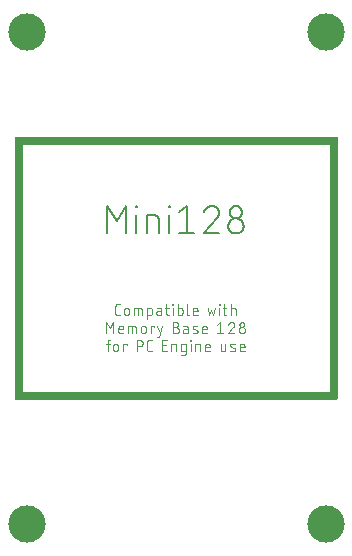
<source format=gbr>
G04 EAGLE Gerber RS-274X export*
G75*
%MOMM*%
%FSLAX34Y34*%
%LPD*%
%INSoldermask Top*%
%IPPOS*%
%AMOC8*
5,1,8,0,0,1.08239X$1,22.5*%
G01*
%ADD10C,3.152400*%
%ADD11C,0.076200*%
%ADD12C,0.203200*%
%ADD13R,27.305000X0.635000*%
%ADD14R,0.635000X22.225000*%


D10*
X54610Y508000D03*
X307340Y508000D03*
X54610Y91440D03*
X307340Y91440D03*
D11*
X133539Y268351D02*
X131451Y268351D01*
X131362Y268353D01*
X131274Y268359D01*
X131186Y268368D01*
X131098Y268381D01*
X131011Y268398D01*
X130925Y268418D01*
X130840Y268443D01*
X130755Y268470D01*
X130672Y268502D01*
X130591Y268536D01*
X130511Y268575D01*
X130433Y268616D01*
X130356Y268661D01*
X130282Y268709D01*
X130209Y268760D01*
X130139Y268814D01*
X130072Y268872D01*
X130006Y268932D01*
X129944Y268994D01*
X129884Y269060D01*
X129826Y269127D01*
X129772Y269197D01*
X129721Y269270D01*
X129673Y269344D01*
X129628Y269421D01*
X129587Y269499D01*
X129548Y269579D01*
X129514Y269660D01*
X129482Y269743D01*
X129455Y269828D01*
X129430Y269913D01*
X129410Y269999D01*
X129393Y270086D01*
X129380Y270174D01*
X129371Y270262D01*
X129365Y270350D01*
X129363Y270439D01*
X129362Y270439D02*
X129362Y275661D01*
X129363Y275661D02*
X129365Y275752D01*
X129371Y275843D01*
X129381Y275934D01*
X129395Y276024D01*
X129412Y276113D01*
X129434Y276201D01*
X129460Y276289D01*
X129489Y276375D01*
X129522Y276460D01*
X129559Y276543D01*
X129599Y276625D01*
X129643Y276705D01*
X129690Y276783D01*
X129741Y276859D01*
X129794Y276932D01*
X129851Y277003D01*
X129912Y277072D01*
X129975Y277137D01*
X130040Y277200D01*
X130109Y277260D01*
X130180Y277318D01*
X130253Y277371D01*
X130329Y277422D01*
X130407Y277469D01*
X130487Y277513D01*
X130569Y277553D01*
X130652Y277590D01*
X130737Y277623D01*
X130823Y277652D01*
X130911Y277678D01*
X130999Y277700D01*
X131088Y277717D01*
X131178Y277731D01*
X131269Y277741D01*
X131360Y277747D01*
X131451Y277749D01*
X133539Y277749D01*
X136921Y272528D02*
X136921Y270439D01*
X136921Y272528D02*
X136923Y272618D01*
X136929Y272707D01*
X136938Y272797D01*
X136952Y272886D01*
X136969Y272974D01*
X136990Y273061D01*
X137015Y273148D01*
X137044Y273233D01*
X137076Y273317D01*
X137111Y273399D01*
X137151Y273480D01*
X137193Y273559D01*
X137239Y273636D01*
X137289Y273711D01*
X137341Y273784D01*
X137397Y273855D01*
X137455Y273923D01*
X137517Y273988D01*
X137581Y274051D01*
X137648Y274111D01*
X137717Y274168D01*
X137789Y274222D01*
X137863Y274273D01*
X137939Y274321D01*
X138017Y274365D01*
X138097Y274406D01*
X138179Y274444D01*
X138262Y274478D01*
X138347Y274508D01*
X138433Y274535D01*
X138519Y274558D01*
X138607Y274577D01*
X138696Y274592D01*
X138785Y274604D01*
X138874Y274612D01*
X138964Y274616D01*
X139054Y274616D01*
X139144Y274612D01*
X139233Y274604D01*
X139322Y274592D01*
X139411Y274577D01*
X139499Y274558D01*
X139585Y274535D01*
X139671Y274508D01*
X139756Y274478D01*
X139839Y274444D01*
X139921Y274406D01*
X140001Y274365D01*
X140079Y274321D01*
X140155Y274273D01*
X140229Y274222D01*
X140301Y274168D01*
X140370Y274111D01*
X140437Y274051D01*
X140501Y273988D01*
X140563Y273923D01*
X140621Y273855D01*
X140677Y273784D01*
X140729Y273711D01*
X140779Y273636D01*
X140825Y273559D01*
X140867Y273480D01*
X140907Y273399D01*
X140942Y273317D01*
X140974Y273233D01*
X141003Y273148D01*
X141028Y273061D01*
X141049Y272974D01*
X141066Y272886D01*
X141080Y272797D01*
X141089Y272707D01*
X141095Y272618D01*
X141097Y272528D01*
X141097Y270439D01*
X141095Y270349D01*
X141089Y270260D01*
X141080Y270170D01*
X141066Y270081D01*
X141049Y269993D01*
X141028Y269906D01*
X141003Y269819D01*
X140974Y269734D01*
X140942Y269650D01*
X140907Y269568D01*
X140867Y269487D01*
X140825Y269408D01*
X140779Y269331D01*
X140729Y269256D01*
X140677Y269183D01*
X140621Y269112D01*
X140563Y269044D01*
X140501Y268979D01*
X140437Y268916D01*
X140370Y268856D01*
X140301Y268799D01*
X140229Y268745D01*
X140155Y268694D01*
X140079Y268646D01*
X140001Y268602D01*
X139921Y268561D01*
X139839Y268523D01*
X139756Y268489D01*
X139671Y268459D01*
X139585Y268432D01*
X139499Y268409D01*
X139411Y268390D01*
X139322Y268375D01*
X139233Y268363D01*
X139144Y268355D01*
X139054Y268351D01*
X138964Y268351D01*
X138874Y268355D01*
X138785Y268363D01*
X138696Y268375D01*
X138607Y268390D01*
X138519Y268409D01*
X138433Y268432D01*
X138347Y268459D01*
X138262Y268489D01*
X138179Y268523D01*
X138097Y268561D01*
X138017Y268602D01*
X137939Y268646D01*
X137863Y268694D01*
X137789Y268745D01*
X137717Y268799D01*
X137648Y268856D01*
X137581Y268916D01*
X137517Y268979D01*
X137455Y269044D01*
X137397Y269112D01*
X137341Y269183D01*
X137289Y269256D01*
X137239Y269331D01*
X137193Y269408D01*
X137151Y269487D01*
X137111Y269568D01*
X137076Y269650D01*
X137044Y269734D01*
X137015Y269819D01*
X136990Y269906D01*
X136969Y269993D01*
X136952Y270081D01*
X136938Y270170D01*
X136929Y270260D01*
X136923Y270349D01*
X136921Y270439D01*
X145325Y268351D02*
X145325Y274616D01*
X150024Y274616D01*
X150101Y274614D01*
X150177Y274608D01*
X150254Y274599D01*
X150330Y274586D01*
X150405Y274569D01*
X150479Y274549D01*
X150552Y274524D01*
X150623Y274497D01*
X150694Y274466D01*
X150762Y274431D01*
X150829Y274393D01*
X150894Y274352D01*
X150957Y274308D01*
X151017Y274261D01*
X151076Y274210D01*
X151131Y274157D01*
X151184Y274102D01*
X151235Y274043D01*
X151282Y273983D01*
X151326Y273920D01*
X151367Y273855D01*
X151405Y273788D01*
X151440Y273720D01*
X151471Y273649D01*
X151498Y273578D01*
X151523Y273505D01*
X151543Y273431D01*
X151560Y273356D01*
X151573Y273280D01*
X151582Y273203D01*
X151588Y273127D01*
X151590Y273050D01*
X151590Y268351D01*
X148458Y268351D02*
X148458Y274616D01*
X156169Y274616D02*
X156169Y265218D01*
X156169Y274616D02*
X158779Y274616D01*
X158856Y274614D01*
X158932Y274608D01*
X159009Y274599D01*
X159085Y274586D01*
X159160Y274569D01*
X159234Y274549D01*
X159307Y274524D01*
X159378Y274497D01*
X159449Y274466D01*
X159517Y274431D01*
X159584Y274393D01*
X159649Y274352D01*
X159712Y274308D01*
X159772Y274261D01*
X159831Y274210D01*
X159886Y274157D01*
X159939Y274102D01*
X159990Y274043D01*
X160037Y273983D01*
X160081Y273920D01*
X160122Y273855D01*
X160160Y273788D01*
X160195Y273720D01*
X160226Y273649D01*
X160253Y273578D01*
X160278Y273505D01*
X160298Y273431D01*
X160315Y273356D01*
X160328Y273280D01*
X160337Y273204D01*
X160343Y273127D01*
X160345Y273050D01*
X160345Y269917D01*
X160343Y269840D01*
X160337Y269764D01*
X160328Y269687D01*
X160315Y269611D01*
X160298Y269536D01*
X160278Y269462D01*
X160253Y269389D01*
X160226Y269318D01*
X160195Y269247D01*
X160160Y269179D01*
X160122Y269112D01*
X160081Y269047D01*
X160037Y268984D01*
X159990Y268924D01*
X159939Y268865D01*
X159886Y268810D01*
X159831Y268757D01*
X159772Y268706D01*
X159712Y268659D01*
X159649Y268615D01*
X159584Y268574D01*
X159517Y268536D01*
X159449Y268501D01*
X159378Y268470D01*
X159307Y268443D01*
X159234Y268418D01*
X159160Y268398D01*
X159085Y268381D01*
X159009Y268368D01*
X158932Y268359D01*
X158856Y268353D01*
X158779Y268351D01*
X156169Y268351D01*
X165829Y272006D02*
X168179Y272006D01*
X165829Y272005D02*
X165745Y272003D01*
X165660Y271997D01*
X165577Y271987D01*
X165493Y271974D01*
X165411Y271956D01*
X165329Y271935D01*
X165248Y271910D01*
X165169Y271882D01*
X165091Y271849D01*
X165015Y271813D01*
X164940Y271774D01*
X164867Y271731D01*
X164796Y271685D01*
X164728Y271636D01*
X164662Y271584D01*
X164598Y271528D01*
X164537Y271470D01*
X164479Y271409D01*
X164423Y271345D01*
X164371Y271279D01*
X164322Y271211D01*
X164276Y271140D01*
X164233Y271067D01*
X164194Y270992D01*
X164158Y270916D01*
X164125Y270838D01*
X164097Y270759D01*
X164072Y270678D01*
X164051Y270596D01*
X164033Y270514D01*
X164020Y270430D01*
X164010Y270347D01*
X164004Y270262D01*
X164002Y270178D01*
X164004Y270094D01*
X164010Y270009D01*
X164020Y269926D01*
X164033Y269842D01*
X164051Y269760D01*
X164072Y269678D01*
X164097Y269597D01*
X164125Y269518D01*
X164158Y269440D01*
X164194Y269364D01*
X164233Y269289D01*
X164276Y269216D01*
X164322Y269145D01*
X164371Y269077D01*
X164423Y269011D01*
X164479Y268947D01*
X164537Y268886D01*
X164598Y268828D01*
X164662Y268772D01*
X164728Y268720D01*
X164796Y268671D01*
X164867Y268625D01*
X164940Y268582D01*
X165015Y268543D01*
X165091Y268507D01*
X165169Y268474D01*
X165248Y268446D01*
X165329Y268421D01*
X165411Y268400D01*
X165493Y268382D01*
X165577Y268369D01*
X165660Y268359D01*
X165745Y268353D01*
X165829Y268351D01*
X168179Y268351D01*
X168179Y273050D01*
X168178Y273050D02*
X168176Y273127D01*
X168170Y273203D01*
X168161Y273280D01*
X168148Y273356D01*
X168131Y273431D01*
X168111Y273505D01*
X168086Y273578D01*
X168059Y273649D01*
X168028Y273720D01*
X167993Y273788D01*
X167955Y273855D01*
X167914Y273920D01*
X167870Y273983D01*
X167823Y274043D01*
X167772Y274102D01*
X167719Y274157D01*
X167664Y274210D01*
X167605Y274261D01*
X167545Y274308D01*
X167482Y274352D01*
X167417Y274393D01*
X167350Y274431D01*
X167282Y274466D01*
X167211Y274497D01*
X167140Y274524D01*
X167067Y274549D01*
X166993Y274569D01*
X166918Y274586D01*
X166842Y274599D01*
X166765Y274608D01*
X166689Y274614D01*
X166612Y274616D01*
X164524Y274616D01*
X171508Y274616D02*
X174641Y274616D01*
X172553Y277749D02*
X172553Y269917D01*
X172555Y269840D01*
X172561Y269764D01*
X172570Y269687D01*
X172583Y269611D01*
X172600Y269536D01*
X172620Y269462D01*
X172645Y269389D01*
X172672Y269318D01*
X172703Y269247D01*
X172738Y269179D01*
X172776Y269112D01*
X172817Y269047D01*
X172861Y268984D01*
X172908Y268924D01*
X172959Y268865D01*
X173012Y268810D01*
X173067Y268757D01*
X173126Y268706D01*
X173186Y268659D01*
X173249Y268615D01*
X173314Y268574D01*
X173381Y268536D01*
X173449Y268501D01*
X173520Y268470D01*
X173591Y268443D01*
X173664Y268418D01*
X173738Y268398D01*
X173813Y268381D01*
X173889Y268368D01*
X173966Y268359D01*
X174042Y268353D01*
X174119Y268351D01*
X174641Y268351D01*
X178023Y268351D02*
X178023Y274616D01*
X177762Y277227D02*
X177762Y277749D01*
X178284Y277749D01*
X178284Y277227D01*
X177762Y277227D01*
X182076Y277749D02*
X182076Y268351D01*
X184687Y268351D01*
X184764Y268353D01*
X184840Y268359D01*
X184917Y268368D01*
X184993Y268381D01*
X185068Y268398D01*
X185142Y268418D01*
X185215Y268443D01*
X185286Y268470D01*
X185357Y268501D01*
X185425Y268536D01*
X185492Y268574D01*
X185557Y268615D01*
X185620Y268659D01*
X185680Y268706D01*
X185739Y268757D01*
X185794Y268810D01*
X185847Y268865D01*
X185898Y268924D01*
X185945Y268984D01*
X185989Y269047D01*
X186030Y269112D01*
X186068Y269179D01*
X186103Y269247D01*
X186134Y269318D01*
X186161Y269389D01*
X186186Y269462D01*
X186206Y269536D01*
X186223Y269611D01*
X186236Y269687D01*
X186245Y269763D01*
X186251Y269840D01*
X186253Y269917D01*
X186253Y273050D01*
X186251Y273127D01*
X186245Y273203D01*
X186236Y273280D01*
X186223Y273356D01*
X186206Y273431D01*
X186186Y273505D01*
X186161Y273578D01*
X186134Y273649D01*
X186103Y273720D01*
X186068Y273788D01*
X186030Y273855D01*
X185989Y273920D01*
X185945Y273983D01*
X185898Y274043D01*
X185847Y274102D01*
X185794Y274157D01*
X185739Y274210D01*
X185680Y274261D01*
X185620Y274308D01*
X185557Y274352D01*
X185492Y274393D01*
X185425Y274431D01*
X185357Y274466D01*
X185286Y274497D01*
X185215Y274524D01*
X185142Y274549D01*
X185068Y274569D01*
X184993Y274586D01*
X184917Y274599D01*
X184840Y274608D01*
X184764Y274614D01*
X184687Y274616D01*
X182076Y274616D01*
X190081Y277749D02*
X190081Y269917D01*
X190083Y269840D01*
X190089Y269764D01*
X190098Y269687D01*
X190111Y269611D01*
X190128Y269536D01*
X190148Y269462D01*
X190173Y269389D01*
X190200Y269318D01*
X190231Y269247D01*
X190266Y269179D01*
X190304Y269112D01*
X190345Y269047D01*
X190389Y268984D01*
X190436Y268924D01*
X190487Y268865D01*
X190540Y268810D01*
X190595Y268757D01*
X190654Y268706D01*
X190714Y268659D01*
X190777Y268615D01*
X190842Y268574D01*
X190909Y268536D01*
X190977Y268501D01*
X191048Y268470D01*
X191119Y268443D01*
X191192Y268418D01*
X191266Y268398D01*
X191341Y268381D01*
X191417Y268368D01*
X191494Y268359D01*
X191570Y268353D01*
X191647Y268351D01*
X196398Y268351D02*
X199009Y268351D01*
X196398Y268351D02*
X196321Y268353D01*
X196245Y268359D01*
X196168Y268368D01*
X196092Y268381D01*
X196017Y268398D01*
X195943Y268418D01*
X195870Y268443D01*
X195799Y268470D01*
X195728Y268501D01*
X195660Y268536D01*
X195593Y268574D01*
X195528Y268615D01*
X195465Y268659D01*
X195405Y268706D01*
X195346Y268757D01*
X195291Y268810D01*
X195238Y268865D01*
X195187Y268924D01*
X195140Y268984D01*
X195096Y269047D01*
X195055Y269112D01*
X195017Y269179D01*
X194982Y269247D01*
X194951Y269318D01*
X194924Y269389D01*
X194899Y269462D01*
X194879Y269536D01*
X194862Y269611D01*
X194849Y269687D01*
X194840Y269764D01*
X194834Y269840D01*
X194832Y269917D01*
X194832Y272528D01*
X194833Y272528D02*
X194835Y272618D01*
X194841Y272707D01*
X194850Y272797D01*
X194864Y272886D01*
X194881Y272974D01*
X194902Y273061D01*
X194927Y273148D01*
X194956Y273233D01*
X194988Y273317D01*
X195023Y273399D01*
X195063Y273480D01*
X195105Y273559D01*
X195151Y273636D01*
X195201Y273711D01*
X195253Y273784D01*
X195309Y273855D01*
X195367Y273923D01*
X195429Y273988D01*
X195493Y274051D01*
X195560Y274111D01*
X195629Y274168D01*
X195701Y274222D01*
X195775Y274273D01*
X195851Y274321D01*
X195929Y274365D01*
X196009Y274406D01*
X196091Y274444D01*
X196174Y274478D01*
X196259Y274508D01*
X196345Y274535D01*
X196431Y274558D01*
X196519Y274577D01*
X196608Y274592D01*
X196697Y274604D01*
X196786Y274612D01*
X196876Y274616D01*
X196966Y274616D01*
X197056Y274612D01*
X197145Y274604D01*
X197234Y274592D01*
X197323Y274577D01*
X197411Y274558D01*
X197497Y274535D01*
X197583Y274508D01*
X197668Y274478D01*
X197751Y274444D01*
X197833Y274406D01*
X197913Y274365D01*
X197991Y274321D01*
X198067Y274273D01*
X198141Y274222D01*
X198213Y274168D01*
X198282Y274111D01*
X198349Y274051D01*
X198413Y273988D01*
X198475Y273923D01*
X198533Y273855D01*
X198589Y273784D01*
X198641Y273711D01*
X198691Y273636D01*
X198737Y273559D01*
X198779Y273480D01*
X198819Y273399D01*
X198854Y273317D01*
X198886Y273233D01*
X198915Y273148D01*
X198940Y273061D01*
X198961Y272974D01*
X198978Y272886D01*
X198992Y272797D01*
X199001Y272707D01*
X199007Y272618D01*
X199009Y272528D01*
X199009Y271484D01*
X194832Y271484D01*
X207504Y274616D02*
X209070Y268351D01*
X210637Y272528D01*
X212203Y268351D01*
X213769Y274616D01*
X217342Y274616D02*
X217342Y268351D01*
X217081Y277227D02*
X217081Y277749D01*
X217603Y277749D01*
X217603Y277227D01*
X217081Y277227D01*
X220276Y274616D02*
X223409Y274616D01*
X221320Y277749D02*
X221320Y269917D01*
X221321Y269917D02*
X221323Y269840D01*
X221329Y269764D01*
X221338Y269687D01*
X221351Y269611D01*
X221368Y269536D01*
X221388Y269462D01*
X221413Y269389D01*
X221440Y269318D01*
X221471Y269247D01*
X221506Y269179D01*
X221544Y269112D01*
X221585Y269047D01*
X221629Y268984D01*
X221676Y268924D01*
X221727Y268865D01*
X221780Y268810D01*
X221835Y268757D01*
X221894Y268706D01*
X221954Y268659D01*
X222017Y268615D01*
X222082Y268574D01*
X222149Y268536D01*
X222217Y268501D01*
X222288Y268470D01*
X222359Y268443D01*
X222432Y268418D01*
X222506Y268398D01*
X222581Y268381D01*
X222657Y268368D01*
X222734Y268359D01*
X222810Y268353D01*
X222887Y268351D01*
X223409Y268351D01*
X227141Y268351D02*
X227141Y277749D01*
X227141Y274616D02*
X229751Y274616D01*
X229828Y274614D01*
X229904Y274608D01*
X229981Y274599D01*
X230057Y274586D01*
X230132Y274569D01*
X230206Y274549D01*
X230279Y274524D01*
X230350Y274497D01*
X230421Y274466D01*
X230489Y274431D01*
X230556Y274393D01*
X230621Y274352D01*
X230684Y274308D01*
X230744Y274261D01*
X230803Y274210D01*
X230858Y274157D01*
X230911Y274102D01*
X230962Y274043D01*
X231009Y273983D01*
X231053Y273920D01*
X231094Y273855D01*
X231132Y273788D01*
X231167Y273720D01*
X231198Y273649D01*
X231225Y273578D01*
X231250Y273505D01*
X231270Y273431D01*
X231287Y273356D01*
X231300Y273280D01*
X231309Y273204D01*
X231315Y273127D01*
X231317Y273050D01*
X231318Y273050D02*
X231318Y268351D01*
X121538Y262509D02*
X121538Y253111D01*
X124671Y257288D02*
X121538Y262509D01*
X124671Y257288D02*
X127803Y262509D01*
X127803Y253111D01*
X133597Y253111D02*
X136208Y253111D01*
X133597Y253111D02*
X133520Y253113D01*
X133444Y253119D01*
X133367Y253128D01*
X133291Y253141D01*
X133216Y253158D01*
X133142Y253178D01*
X133069Y253203D01*
X132998Y253230D01*
X132927Y253261D01*
X132859Y253296D01*
X132792Y253334D01*
X132727Y253375D01*
X132664Y253419D01*
X132604Y253466D01*
X132545Y253517D01*
X132490Y253570D01*
X132437Y253625D01*
X132386Y253684D01*
X132339Y253744D01*
X132295Y253807D01*
X132254Y253872D01*
X132216Y253939D01*
X132181Y254007D01*
X132150Y254078D01*
X132123Y254149D01*
X132098Y254222D01*
X132078Y254296D01*
X132061Y254371D01*
X132048Y254447D01*
X132039Y254524D01*
X132033Y254600D01*
X132031Y254677D01*
X132031Y257288D01*
X132033Y257378D01*
X132039Y257467D01*
X132048Y257557D01*
X132062Y257646D01*
X132079Y257734D01*
X132100Y257821D01*
X132125Y257908D01*
X132154Y257993D01*
X132186Y258077D01*
X132221Y258159D01*
X132261Y258240D01*
X132303Y258319D01*
X132349Y258396D01*
X132399Y258471D01*
X132451Y258544D01*
X132507Y258615D01*
X132565Y258683D01*
X132627Y258748D01*
X132691Y258811D01*
X132758Y258871D01*
X132827Y258928D01*
X132899Y258982D01*
X132973Y259033D01*
X133049Y259081D01*
X133127Y259125D01*
X133207Y259166D01*
X133289Y259204D01*
X133372Y259238D01*
X133457Y259268D01*
X133543Y259295D01*
X133629Y259318D01*
X133717Y259337D01*
X133806Y259352D01*
X133895Y259364D01*
X133984Y259372D01*
X134074Y259376D01*
X134164Y259376D01*
X134254Y259372D01*
X134343Y259364D01*
X134432Y259352D01*
X134521Y259337D01*
X134609Y259318D01*
X134695Y259295D01*
X134781Y259268D01*
X134866Y259238D01*
X134949Y259204D01*
X135031Y259166D01*
X135111Y259125D01*
X135189Y259081D01*
X135265Y259033D01*
X135339Y258982D01*
X135411Y258928D01*
X135480Y258871D01*
X135547Y258811D01*
X135611Y258748D01*
X135673Y258683D01*
X135731Y258615D01*
X135787Y258544D01*
X135839Y258471D01*
X135889Y258396D01*
X135935Y258319D01*
X135977Y258240D01*
X136017Y258159D01*
X136052Y258077D01*
X136084Y257993D01*
X136113Y257908D01*
X136138Y257821D01*
X136159Y257734D01*
X136176Y257646D01*
X136190Y257557D01*
X136199Y257467D01*
X136205Y257378D01*
X136207Y257288D01*
X136208Y257288D02*
X136208Y256244D01*
X132031Y256244D01*
X140435Y253111D02*
X140435Y259376D01*
X145134Y259376D01*
X145211Y259374D01*
X145287Y259368D01*
X145364Y259359D01*
X145440Y259346D01*
X145515Y259329D01*
X145589Y259309D01*
X145662Y259284D01*
X145733Y259257D01*
X145804Y259226D01*
X145872Y259191D01*
X145939Y259153D01*
X146004Y259112D01*
X146067Y259068D01*
X146127Y259021D01*
X146186Y258970D01*
X146241Y258917D01*
X146294Y258862D01*
X146345Y258803D01*
X146392Y258743D01*
X146436Y258680D01*
X146477Y258615D01*
X146515Y258548D01*
X146550Y258480D01*
X146581Y258409D01*
X146608Y258338D01*
X146633Y258265D01*
X146653Y258191D01*
X146670Y258116D01*
X146683Y258040D01*
X146692Y257963D01*
X146698Y257887D01*
X146700Y257810D01*
X146701Y257810D02*
X146701Y253111D01*
X143568Y253111D02*
X143568Y259376D01*
X150928Y257288D02*
X150928Y255199D01*
X150929Y257288D02*
X150931Y257378D01*
X150937Y257467D01*
X150946Y257557D01*
X150960Y257646D01*
X150977Y257734D01*
X150998Y257821D01*
X151023Y257908D01*
X151052Y257993D01*
X151084Y258077D01*
X151119Y258159D01*
X151159Y258240D01*
X151201Y258319D01*
X151247Y258396D01*
X151297Y258471D01*
X151349Y258544D01*
X151405Y258615D01*
X151463Y258683D01*
X151525Y258748D01*
X151589Y258811D01*
X151656Y258871D01*
X151725Y258928D01*
X151797Y258982D01*
X151871Y259033D01*
X151947Y259081D01*
X152025Y259125D01*
X152105Y259166D01*
X152187Y259204D01*
X152270Y259238D01*
X152355Y259268D01*
X152441Y259295D01*
X152527Y259318D01*
X152615Y259337D01*
X152704Y259352D01*
X152793Y259364D01*
X152882Y259372D01*
X152972Y259376D01*
X153062Y259376D01*
X153152Y259372D01*
X153241Y259364D01*
X153330Y259352D01*
X153419Y259337D01*
X153507Y259318D01*
X153593Y259295D01*
X153679Y259268D01*
X153764Y259238D01*
X153847Y259204D01*
X153929Y259166D01*
X154009Y259125D01*
X154087Y259081D01*
X154163Y259033D01*
X154237Y258982D01*
X154309Y258928D01*
X154378Y258871D01*
X154445Y258811D01*
X154509Y258748D01*
X154571Y258683D01*
X154629Y258615D01*
X154685Y258544D01*
X154737Y258471D01*
X154787Y258396D01*
X154833Y258319D01*
X154875Y258240D01*
X154915Y258159D01*
X154950Y258077D01*
X154982Y257993D01*
X155011Y257908D01*
X155036Y257821D01*
X155057Y257734D01*
X155074Y257646D01*
X155088Y257557D01*
X155097Y257467D01*
X155103Y257378D01*
X155105Y257288D01*
X155105Y255199D01*
X155103Y255109D01*
X155097Y255020D01*
X155088Y254930D01*
X155074Y254841D01*
X155057Y254753D01*
X155036Y254666D01*
X155011Y254579D01*
X154982Y254494D01*
X154950Y254410D01*
X154915Y254328D01*
X154875Y254247D01*
X154833Y254168D01*
X154787Y254091D01*
X154737Y254016D01*
X154685Y253943D01*
X154629Y253872D01*
X154571Y253804D01*
X154509Y253739D01*
X154445Y253676D01*
X154378Y253616D01*
X154309Y253559D01*
X154237Y253505D01*
X154163Y253454D01*
X154087Y253406D01*
X154009Y253362D01*
X153929Y253321D01*
X153847Y253283D01*
X153764Y253249D01*
X153679Y253219D01*
X153593Y253192D01*
X153507Y253169D01*
X153419Y253150D01*
X153330Y253135D01*
X153241Y253123D01*
X153152Y253115D01*
X153062Y253111D01*
X152972Y253111D01*
X152882Y253115D01*
X152793Y253123D01*
X152704Y253135D01*
X152615Y253150D01*
X152527Y253169D01*
X152441Y253192D01*
X152355Y253219D01*
X152270Y253249D01*
X152187Y253283D01*
X152105Y253321D01*
X152025Y253362D01*
X151947Y253406D01*
X151871Y253454D01*
X151797Y253505D01*
X151725Y253559D01*
X151656Y253616D01*
X151589Y253676D01*
X151525Y253739D01*
X151463Y253804D01*
X151405Y253872D01*
X151349Y253943D01*
X151297Y254016D01*
X151247Y254091D01*
X151201Y254168D01*
X151159Y254247D01*
X151119Y254328D01*
X151084Y254410D01*
X151052Y254494D01*
X151023Y254579D01*
X150998Y254666D01*
X150977Y254753D01*
X150960Y254841D01*
X150946Y254930D01*
X150937Y255020D01*
X150931Y255109D01*
X150929Y255199D01*
X159209Y253111D02*
X159209Y259376D01*
X162342Y259376D01*
X162342Y258332D01*
X164949Y249978D02*
X165993Y249978D01*
X169126Y259376D01*
X164949Y259376D02*
X167038Y253111D01*
X177969Y258332D02*
X180580Y258332D01*
X180580Y258333D02*
X180681Y258331D01*
X180782Y258325D01*
X180883Y258315D01*
X180983Y258302D01*
X181083Y258284D01*
X181182Y258263D01*
X181280Y258237D01*
X181377Y258208D01*
X181473Y258176D01*
X181567Y258139D01*
X181660Y258099D01*
X181752Y258055D01*
X181841Y258008D01*
X181929Y257957D01*
X182015Y257903D01*
X182098Y257846D01*
X182180Y257786D01*
X182258Y257722D01*
X182335Y257656D01*
X182408Y257586D01*
X182479Y257514D01*
X182547Y257439D01*
X182612Y257361D01*
X182674Y257281D01*
X182733Y257199D01*
X182789Y257114D01*
X182841Y257027D01*
X182890Y256939D01*
X182936Y256848D01*
X182977Y256756D01*
X183016Y256662D01*
X183050Y256567D01*
X183081Y256471D01*
X183108Y256373D01*
X183132Y256275D01*
X183151Y256175D01*
X183167Y256075D01*
X183179Y255975D01*
X183187Y255874D01*
X183191Y255773D01*
X183191Y255671D01*
X183187Y255570D01*
X183179Y255469D01*
X183167Y255369D01*
X183151Y255269D01*
X183132Y255169D01*
X183108Y255071D01*
X183081Y254973D01*
X183050Y254877D01*
X183016Y254782D01*
X182977Y254688D01*
X182936Y254596D01*
X182890Y254505D01*
X182841Y254416D01*
X182789Y254330D01*
X182733Y254245D01*
X182674Y254163D01*
X182612Y254083D01*
X182547Y254005D01*
X182479Y253930D01*
X182408Y253858D01*
X182335Y253788D01*
X182258Y253722D01*
X182180Y253658D01*
X182098Y253598D01*
X182015Y253541D01*
X181929Y253487D01*
X181841Y253436D01*
X181752Y253389D01*
X181660Y253345D01*
X181567Y253305D01*
X181473Y253268D01*
X181377Y253236D01*
X181280Y253207D01*
X181182Y253181D01*
X181083Y253160D01*
X180983Y253142D01*
X180883Y253129D01*
X180782Y253119D01*
X180681Y253113D01*
X180580Y253111D01*
X177969Y253111D01*
X177969Y262509D01*
X180580Y262509D01*
X180670Y262507D01*
X180759Y262501D01*
X180849Y262492D01*
X180938Y262478D01*
X181026Y262461D01*
X181113Y262440D01*
X181200Y262415D01*
X181285Y262386D01*
X181369Y262354D01*
X181451Y262319D01*
X181532Y262279D01*
X181611Y262237D01*
X181688Y262191D01*
X181763Y262141D01*
X181836Y262089D01*
X181907Y262033D01*
X181975Y261975D01*
X182040Y261913D01*
X182103Y261849D01*
X182163Y261782D01*
X182220Y261713D01*
X182274Y261641D01*
X182325Y261567D01*
X182373Y261491D01*
X182417Y261413D01*
X182458Y261333D01*
X182496Y261251D01*
X182530Y261168D01*
X182560Y261083D01*
X182587Y260997D01*
X182610Y260911D01*
X182629Y260823D01*
X182644Y260734D01*
X182656Y260645D01*
X182664Y260556D01*
X182668Y260466D01*
X182668Y260376D01*
X182664Y260286D01*
X182656Y260197D01*
X182644Y260108D01*
X182629Y260019D01*
X182610Y259931D01*
X182587Y259845D01*
X182560Y259759D01*
X182530Y259674D01*
X182496Y259591D01*
X182458Y259509D01*
X182417Y259429D01*
X182373Y259351D01*
X182325Y259275D01*
X182274Y259201D01*
X182220Y259129D01*
X182163Y259060D01*
X182103Y258993D01*
X182040Y258929D01*
X181975Y258867D01*
X181907Y258809D01*
X181836Y258753D01*
X181763Y258701D01*
X181688Y258651D01*
X181611Y258605D01*
X181532Y258563D01*
X181451Y258523D01*
X181369Y258488D01*
X181285Y258456D01*
X181200Y258427D01*
X181113Y258402D01*
X181026Y258381D01*
X180938Y258364D01*
X180849Y258350D01*
X180759Y258341D01*
X180670Y258335D01*
X180580Y258333D01*
X188372Y256766D02*
X190721Y256766D01*
X188372Y256765D02*
X188288Y256763D01*
X188203Y256757D01*
X188120Y256747D01*
X188036Y256734D01*
X187954Y256716D01*
X187872Y256695D01*
X187791Y256670D01*
X187712Y256642D01*
X187634Y256609D01*
X187558Y256573D01*
X187483Y256534D01*
X187410Y256491D01*
X187339Y256445D01*
X187271Y256396D01*
X187205Y256344D01*
X187141Y256288D01*
X187080Y256230D01*
X187022Y256169D01*
X186966Y256105D01*
X186914Y256039D01*
X186865Y255971D01*
X186819Y255900D01*
X186776Y255827D01*
X186737Y255752D01*
X186701Y255676D01*
X186668Y255598D01*
X186640Y255519D01*
X186615Y255438D01*
X186594Y255356D01*
X186576Y255274D01*
X186563Y255190D01*
X186553Y255107D01*
X186547Y255022D01*
X186545Y254938D01*
X186547Y254854D01*
X186553Y254769D01*
X186563Y254686D01*
X186576Y254602D01*
X186594Y254520D01*
X186615Y254438D01*
X186640Y254357D01*
X186668Y254278D01*
X186701Y254200D01*
X186737Y254124D01*
X186776Y254049D01*
X186819Y253976D01*
X186865Y253905D01*
X186914Y253837D01*
X186966Y253771D01*
X187022Y253707D01*
X187080Y253646D01*
X187141Y253588D01*
X187205Y253532D01*
X187271Y253480D01*
X187339Y253431D01*
X187410Y253385D01*
X187483Y253342D01*
X187558Y253303D01*
X187634Y253267D01*
X187712Y253234D01*
X187791Y253206D01*
X187872Y253181D01*
X187954Y253160D01*
X188036Y253142D01*
X188120Y253129D01*
X188203Y253119D01*
X188288Y253113D01*
X188372Y253111D01*
X190721Y253111D01*
X190721Y257810D01*
X190719Y257887D01*
X190713Y257963D01*
X190704Y258040D01*
X190691Y258116D01*
X190674Y258191D01*
X190654Y258265D01*
X190629Y258338D01*
X190602Y258409D01*
X190571Y258480D01*
X190536Y258548D01*
X190498Y258615D01*
X190457Y258680D01*
X190413Y258743D01*
X190366Y258803D01*
X190315Y258862D01*
X190262Y258917D01*
X190207Y258970D01*
X190148Y259021D01*
X190088Y259068D01*
X190025Y259112D01*
X189960Y259153D01*
X189893Y259191D01*
X189825Y259226D01*
X189754Y259257D01*
X189683Y259284D01*
X189610Y259309D01*
X189536Y259329D01*
X189461Y259346D01*
X189385Y259359D01*
X189308Y259368D01*
X189232Y259374D01*
X189155Y259376D01*
X187066Y259376D01*
X195602Y256766D02*
X198213Y255722D01*
X195602Y256766D02*
X195536Y256794D01*
X195471Y256827D01*
X195408Y256862D01*
X195347Y256901D01*
X195288Y256943D01*
X195232Y256988D01*
X195178Y257036D01*
X195127Y257087D01*
X195078Y257140D01*
X195033Y257197D01*
X194990Y257255D01*
X194951Y257315D01*
X194914Y257378D01*
X194882Y257443D01*
X194853Y257509D01*
X194827Y257576D01*
X194805Y257645D01*
X194787Y257715D01*
X194772Y257786D01*
X194761Y257857D01*
X194754Y257929D01*
X194751Y258001D01*
X194752Y258073D01*
X194757Y258146D01*
X194765Y258217D01*
X194777Y258289D01*
X194793Y258359D01*
X194813Y258428D01*
X194837Y258497D01*
X194864Y258564D01*
X194894Y258629D01*
X194928Y258693D01*
X194966Y258755D01*
X195006Y258815D01*
X195050Y258872D01*
X195097Y258927D01*
X195147Y258980D01*
X195199Y259029D01*
X195254Y259076D01*
X195311Y259120D01*
X195371Y259161D01*
X195433Y259198D01*
X195497Y259233D01*
X195562Y259263D01*
X195629Y259291D01*
X195697Y259314D01*
X195767Y259334D01*
X195837Y259350D01*
X195908Y259363D01*
X195980Y259371D01*
X196052Y259376D01*
X196124Y259377D01*
X196125Y259376D02*
X196276Y259372D01*
X196427Y259364D01*
X196578Y259353D01*
X196729Y259337D01*
X196879Y259317D01*
X197029Y259294D01*
X197178Y259267D01*
X197326Y259236D01*
X197474Y259201D01*
X197620Y259163D01*
X197766Y259120D01*
X197910Y259074D01*
X198053Y259025D01*
X198195Y258972D01*
X198335Y258915D01*
X198474Y258854D01*
X198213Y255722D02*
X198279Y255694D01*
X198344Y255661D01*
X198407Y255626D01*
X198468Y255587D01*
X198527Y255545D01*
X198583Y255500D01*
X198637Y255452D01*
X198688Y255401D01*
X198737Y255348D01*
X198782Y255291D01*
X198825Y255233D01*
X198864Y255173D01*
X198901Y255110D01*
X198933Y255045D01*
X198962Y254979D01*
X198988Y254912D01*
X199010Y254843D01*
X199028Y254773D01*
X199043Y254702D01*
X199054Y254631D01*
X199061Y254559D01*
X199064Y254487D01*
X199063Y254415D01*
X199058Y254342D01*
X199050Y254271D01*
X199038Y254199D01*
X199022Y254129D01*
X199002Y254060D01*
X198978Y253991D01*
X198951Y253924D01*
X198921Y253859D01*
X198887Y253795D01*
X198849Y253733D01*
X198809Y253673D01*
X198765Y253616D01*
X198718Y253561D01*
X198668Y253508D01*
X198616Y253459D01*
X198561Y253412D01*
X198504Y253368D01*
X198444Y253327D01*
X198382Y253290D01*
X198318Y253255D01*
X198253Y253225D01*
X198186Y253197D01*
X198118Y253174D01*
X198048Y253154D01*
X197978Y253138D01*
X197907Y253125D01*
X197835Y253117D01*
X197763Y253112D01*
X197691Y253111D01*
X197481Y253116D01*
X197272Y253127D01*
X197063Y253142D01*
X196855Y253162D01*
X196647Y253188D01*
X196440Y253218D01*
X196233Y253253D01*
X196028Y253293D01*
X195823Y253337D01*
X195620Y253387D01*
X195417Y253441D01*
X195216Y253501D01*
X195017Y253564D01*
X194819Y253633D01*
X204310Y253111D02*
X206921Y253111D01*
X204310Y253111D02*
X204233Y253113D01*
X204157Y253119D01*
X204080Y253128D01*
X204004Y253141D01*
X203929Y253158D01*
X203855Y253178D01*
X203782Y253203D01*
X203711Y253230D01*
X203640Y253261D01*
X203572Y253296D01*
X203505Y253334D01*
X203440Y253375D01*
X203377Y253419D01*
X203317Y253466D01*
X203258Y253517D01*
X203203Y253570D01*
X203150Y253625D01*
X203099Y253684D01*
X203052Y253744D01*
X203008Y253807D01*
X202967Y253872D01*
X202929Y253939D01*
X202894Y254007D01*
X202863Y254078D01*
X202836Y254149D01*
X202811Y254222D01*
X202791Y254296D01*
X202774Y254371D01*
X202761Y254447D01*
X202752Y254524D01*
X202746Y254600D01*
X202744Y254677D01*
X202744Y257288D01*
X202745Y257288D02*
X202747Y257378D01*
X202753Y257467D01*
X202762Y257557D01*
X202776Y257646D01*
X202793Y257734D01*
X202814Y257821D01*
X202839Y257908D01*
X202868Y257993D01*
X202900Y258077D01*
X202935Y258159D01*
X202975Y258240D01*
X203017Y258319D01*
X203063Y258396D01*
X203113Y258471D01*
X203165Y258544D01*
X203221Y258615D01*
X203279Y258683D01*
X203341Y258748D01*
X203405Y258811D01*
X203472Y258871D01*
X203541Y258928D01*
X203613Y258982D01*
X203687Y259033D01*
X203763Y259081D01*
X203841Y259125D01*
X203921Y259166D01*
X204003Y259204D01*
X204086Y259238D01*
X204171Y259268D01*
X204257Y259295D01*
X204343Y259318D01*
X204431Y259337D01*
X204520Y259352D01*
X204609Y259364D01*
X204698Y259372D01*
X204788Y259376D01*
X204878Y259376D01*
X204968Y259372D01*
X205057Y259364D01*
X205146Y259352D01*
X205235Y259337D01*
X205323Y259318D01*
X205409Y259295D01*
X205495Y259268D01*
X205580Y259238D01*
X205663Y259204D01*
X205745Y259166D01*
X205825Y259125D01*
X205903Y259081D01*
X205979Y259033D01*
X206053Y258982D01*
X206125Y258928D01*
X206194Y258871D01*
X206261Y258811D01*
X206325Y258748D01*
X206387Y258683D01*
X206445Y258615D01*
X206501Y258544D01*
X206553Y258471D01*
X206603Y258396D01*
X206649Y258319D01*
X206691Y258240D01*
X206731Y258159D01*
X206766Y258077D01*
X206798Y257993D01*
X206827Y257908D01*
X206852Y257821D01*
X206873Y257734D01*
X206890Y257646D01*
X206904Y257557D01*
X206913Y257467D01*
X206919Y257378D01*
X206921Y257288D01*
X206921Y256244D01*
X202744Y256244D01*
X215633Y260421D02*
X218244Y262509D01*
X218244Y253111D01*
X220854Y253111D02*
X215633Y253111D01*
X227649Y262510D02*
X227744Y262508D01*
X227838Y262502D01*
X227932Y262493D01*
X228026Y262480D01*
X228119Y262463D01*
X228211Y262442D01*
X228303Y262417D01*
X228393Y262389D01*
X228482Y262357D01*
X228570Y262322D01*
X228656Y262283D01*
X228741Y262241D01*
X228824Y262195D01*
X228905Y262146D01*
X228984Y262094D01*
X229061Y262039D01*
X229135Y261980D01*
X229207Y261919D01*
X229277Y261855D01*
X229344Y261788D01*
X229408Y261718D01*
X229469Y261646D01*
X229528Y261572D01*
X229583Y261495D01*
X229635Y261416D01*
X229684Y261335D01*
X229730Y261252D01*
X229772Y261167D01*
X229811Y261081D01*
X229846Y260993D01*
X229878Y260904D01*
X229906Y260814D01*
X229931Y260722D01*
X229952Y260630D01*
X229969Y260537D01*
X229982Y260443D01*
X229991Y260349D01*
X229997Y260255D01*
X229999Y260160D01*
X227649Y262509D02*
X227541Y262507D01*
X227432Y262501D01*
X227324Y262491D01*
X227217Y262478D01*
X227110Y262460D01*
X227003Y262439D01*
X226898Y262414D01*
X226793Y262385D01*
X226690Y262353D01*
X226588Y262316D01*
X226487Y262276D01*
X226388Y262233D01*
X226290Y262186D01*
X226194Y262135D01*
X226100Y262081D01*
X226008Y262024D01*
X225918Y261963D01*
X225830Y261899D01*
X225745Y261833D01*
X225662Y261763D01*
X225582Y261690D01*
X225504Y261614D01*
X225429Y261536D01*
X225357Y261455D01*
X225288Y261371D01*
X225222Y261285D01*
X225159Y261197D01*
X225100Y261106D01*
X225043Y261014D01*
X224990Y260919D01*
X224941Y260823D01*
X224895Y260724D01*
X224852Y260625D01*
X224813Y260523D01*
X224778Y260421D01*
X229215Y258332D02*
X229284Y258401D01*
X229350Y258472D01*
X229414Y258545D01*
X229475Y258621D01*
X229533Y258700D01*
X229587Y258780D01*
X229639Y258863D01*
X229687Y258947D01*
X229733Y259033D01*
X229774Y259121D01*
X229813Y259211D01*
X229848Y259302D01*
X229879Y259394D01*
X229907Y259487D01*
X229931Y259581D01*
X229951Y259676D01*
X229968Y259772D01*
X229981Y259869D01*
X229990Y259966D01*
X229996Y260063D01*
X229998Y260160D01*
X229215Y258332D02*
X224777Y253111D01*
X229998Y253111D01*
X233921Y255722D02*
X233923Y255823D01*
X233929Y255924D01*
X233939Y256025D01*
X233952Y256125D01*
X233970Y256225D01*
X233991Y256324D01*
X234017Y256422D01*
X234046Y256519D01*
X234078Y256615D01*
X234115Y256709D01*
X234155Y256802D01*
X234199Y256894D01*
X234246Y256983D01*
X234297Y257071D01*
X234351Y257157D01*
X234408Y257240D01*
X234468Y257322D01*
X234532Y257400D01*
X234598Y257477D01*
X234668Y257550D01*
X234740Y257621D01*
X234815Y257689D01*
X234893Y257754D01*
X234973Y257816D01*
X235055Y257875D01*
X235140Y257931D01*
X235227Y257983D01*
X235315Y258032D01*
X235406Y258078D01*
X235498Y258119D01*
X235592Y258158D01*
X235687Y258192D01*
X235783Y258223D01*
X235881Y258250D01*
X235979Y258274D01*
X236079Y258293D01*
X236179Y258309D01*
X236279Y258321D01*
X236380Y258329D01*
X236481Y258333D01*
X236583Y258333D01*
X236684Y258329D01*
X236785Y258321D01*
X236885Y258309D01*
X236985Y258293D01*
X237085Y258274D01*
X237183Y258250D01*
X237281Y258223D01*
X237377Y258192D01*
X237472Y258158D01*
X237566Y258119D01*
X237658Y258078D01*
X237749Y258032D01*
X237838Y257983D01*
X237924Y257931D01*
X238009Y257875D01*
X238091Y257816D01*
X238171Y257754D01*
X238249Y257689D01*
X238324Y257621D01*
X238396Y257550D01*
X238466Y257477D01*
X238532Y257400D01*
X238596Y257322D01*
X238656Y257240D01*
X238713Y257157D01*
X238767Y257071D01*
X238818Y256983D01*
X238865Y256894D01*
X238909Y256802D01*
X238949Y256709D01*
X238986Y256615D01*
X239018Y256519D01*
X239047Y256422D01*
X239073Y256324D01*
X239094Y256225D01*
X239112Y256125D01*
X239125Y256025D01*
X239135Y255924D01*
X239141Y255823D01*
X239143Y255722D01*
X239141Y255621D01*
X239135Y255520D01*
X239125Y255419D01*
X239112Y255319D01*
X239094Y255219D01*
X239073Y255120D01*
X239047Y255022D01*
X239018Y254925D01*
X238986Y254829D01*
X238949Y254735D01*
X238909Y254642D01*
X238865Y254550D01*
X238818Y254461D01*
X238767Y254373D01*
X238713Y254287D01*
X238656Y254204D01*
X238596Y254122D01*
X238532Y254044D01*
X238466Y253967D01*
X238396Y253894D01*
X238324Y253823D01*
X238249Y253755D01*
X238171Y253690D01*
X238091Y253628D01*
X238009Y253569D01*
X237924Y253513D01*
X237837Y253461D01*
X237749Y253412D01*
X237658Y253366D01*
X237566Y253325D01*
X237472Y253286D01*
X237377Y253252D01*
X237281Y253221D01*
X237183Y253194D01*
X237085Y253170D01*
X236985Y253151D01*
X236885Y253135D01*
X236785Y253123D01*
X236684Y253115D01*
X236583Y253111D01*
X236481Y253111D01*
X236380Y253115D01*
X236279Y253123D01*
X236179Y253135D01*
X236079Y253151D01*
X235979Y253170D01*
X235881Y253194D01*
X235783Y253221D01*
X235687Y253252D01*
X235592Y253286D01*
X235498Y253325D01*
X235406Y253366D01*
X235315Y253412D01*
X235227Y253461D01*
X235140Y253513D01*
X235055Y253569D01*
X234973Y253628D01*
X234893Y253690D01*
X234815Y253755D01*
X234740Y253823D01*
X234668Y253894D01*
X234598Y253967D01*
X234532Y254044D01*
X234468Y254122D01*
X234408Y254204D01*
X234351Y254287D01*
X234297Y254373D01*
X234246Y254461D01*
X234199Y254550D01*
X234155Y254642D01*
X234115Y254735D01*
X234078Y254829D01*
X234046Y254925D01*
X234017Y255022D01*
X233991Y255120D01*
X233970Y255219D01*
X233952Y255319D01*
X233939Y255419D01*
X233929Y255520D01*
X233923Y255621D01*
X233921Y255722D01*
X234444Y260421D02*
X234446Y260511D01*
X234452Y260600D01*
X234461Y260690D01*
X234475Y260779D01*
X234492Y260867D01*
X234513Y260954D01*
X234538Y261041D01*
X234567Y261126D01*
X234599Y261210D01*
X234634Y261292D01*
X234674Y261373D01*
X234716Y261452D01*
X234762Y261529D01*
X234812Y261604D01*
X234864Y261677D01*
X234920Y261748D01*
X234978Y261816D01*
X235040Y261881D01*
X235104Y261944D01*
X235171Y262004D01*
X235240Y262061D01*
X235312Y262115D01*
X235386Y262166D01*
X235462Y262214D01*
X235540Y262258D01*
X235620Y262299D01*
X235702Y262337D01*
X235785Y262371D01*
X235870Y262401D01*
X235956Y262428D01*
X236042Y262451D01*
X236130Y262470D01*
X236219Y262485D01*
X236308Y262497D01*
X236397Y262505D01*
X236487Y262509D01*
X236577Y262509D01*
X236667Y262505D01*
X236756Y262497D01*
X236845Y262485D01*
X236934Y262470D01*
X237022Y262451D01*
X237108Y262428D01*
X237194Y262401D01*
X237279Y262371D01*
X237362Y262337D01*
X237444Y262299D01*
X237524Y262258D01*
X237602Y262214D01*
X237678Y262166D01*
X237752Y262115D01*
X237824Y262061D01*
X237893Y262004D01*
X237960Y261944D01*
X238024Y261881D01*
X238086Y261816D01*
X238144Y261748D01*
X238200Y261677D01*
X238252Y261604D01*
X238302Y261529D01*
X238348Y261452D01*
X238390Y261373D01*
X238430Y261292D01*
X238465Y261210D01*
X238497Y261126D01*
X238526Y261041D01*
X238551Y260954D01*
X238572Y260867D01*
X238589Y260779D01*
X238603Y260690D01*
X238612Y260600D01*
X238618Y260511D01*
X238620Y260421D01*
X238618Y260331D01*
X238612Y260242D01*
X238603Y260152D01*
X238589Y260063D01*
X238572Y259975D01*
X238551Y259888D01*
X238526Y259801D01*
X238497Y259716D01*
X238465Y259632D01*
X238430Y259550D01*
X238390Y259469D01*
X238348Y259390D01*
X238302Y259313D01*
X238252Y259238D01*
X238200Y259165D01*
X238144Y259094D01*
X238086Y259026D01*
X238024Y258961D01*
X237960Y258898D01*
X237893Y258838D01*
X237824Y258781D01*
X237752Y258727D01*
X237678Y258676D01*
X237602Y258628D01*
X237524Y258584D01*
X237444Y258543D01*
X237362Y258505D01*
X237279Y258471D01*
X237194Y258441D01*
X237108Y258414D01*
X237022Y258391D01*
X236934Y258372D01*
X236845Y258357D01*
X236756Y258345D01*
X236667Y258337D01*
X236577Y258333D01*
X236487Y258333D01*
X236397Y258337D01*
X236308Y258345D01*
X236219Y258357D01*
X236130Y258372D01*
X236042Y258391D01*
X235956Y258414D01*
X235870Y258441D01*
X235785Y258471D01*
X235702Y258505D01*
X235620Y258543D01*
X235540Y258584D01*
X235462Y258628D01*
X235386Y258676D01*
X235312Y258727D01*
X235240Y258781D01*
X235171Y258838D01*
X235104Y258898D01*
X235040Y258961D01*
X234978Y259026D01*
X234920Y259094D01*
X234864Y259165D01*
X234812Y259238D01*
X234762Y259313D01*
X234716Y259390D01*
X234674Y259469D01*
X234634Y259550D01*
X234599Y259632D01*
X234567Y259716D01*
X234538Y259801D01*
X234513Y259888D01*
X234492Y259975D01*
X234475Y260063D01*
X234461Y260152D01*
X234452Y260242D01*
X234446Y260331D01*
X234444Y260421D01*
X122943Y245703D02*
X122943Y237871D01*
X122943Y245703D02*
X122945Y245780D01*
X122951Y245856D01*
X122960Y245933D01*
X122973Y246009D01*
X122990Y246084D01*
X123010Y246158D01*
X123035Y246231D01*
X123062Y246302D01*
X123093Y246373D01*
X123128Y246441D01*
X123166Y246508D01*
X123207Y246573D01*
X123251Y246636D01*
X123298Y246696D01*
X123349Y246755D01*
X123402Y246810D01*
X123457Y246863D01*
X123516Y246914D01*
X123576Y246961D01*
X123639Y247005D01*
X123704Y247046D01*
X123771Y247084D01*
X123839Y247119D01*
X123910Y247150D01*
X123981Y247177D01*
X124054Y247202D01*
X124128Y247222D01*
X124203Y247239D01*
X124279Y247252D01*
X124355Y247261D01*
X124432Y247267D01*
X124509Y247269D01*
X125032Y247269D01*
X125032Y244136D02*
X121899Y244136D01*
X127620Y242048D02*
X127620Y239959D01*
X127621Y242048D02*
X127623Y242138D01*
X127629Y242227D01*
X127638Y242317D01*
X127652Y242406D01*
X127669Y242494D01*
X127690Y242581D01*
X127715Y242668D01*
X127744Y242753D01*
X127776Y242837D01*
X127811Y242919D01*
X127851Y243000D01*
X127893Y243079D01*
X127939Y243156D01*
X127989Y243231D01*
X128041Y243304D01*
X128097Y243375D01*
X128155Y243443D01*
X128217Y243508D01*
X128281Y243571D01*
X128348Y243631D01*
X128417Y243688D01*
X128489Y243742D01*
X128563Y243793D01*
X128639Y243841D01*
X128717Y243885D01*
X128797Y243926D01*
X128879Y243964D01*
X128962Y243998D01*
X129047Y244028D01*
X129133Y244055D01*
X129219Y244078D01*
X129307Y244097D01*
X129396Y244112D01*
X129485Y244124D01*
X129574Y244132D01*
X129664Y244136D01*
X129754Y244136D01*
X129844Y244132D01*
X129933Y244124D01*
X130022Y244112D01*
X130111Y244097D01*
X130199Y244078D01*
X130285Y244055D01*
X130371Y244028D01*
X130456Y243998D01*
X130539Y243964D01*
X130621Y243926D01*
X130701Y243885D01*
X130779Y243841D01*
X130855Y243793D01*
X130929Y243742D01*
X131001Y243688D01*
X131070Y243631D01*
X131137Y243571D01*
X131201Y243508D01*
X131263Y243443D01*
X131321Y243375D01*
X131377Y243304D01*
X131429Y243231D01*
X131479Y243156D01*
X131525Y243079D01*
X131567Y243000D01*
X131607Y242919D01*
X131642Y242837D01*
X131674Y242753D01*
X131703Y242668D01*
X131728Y242581D01*
X131749Y242494D01*
X131766Y242406D01*
X131780Y242317D01*
X131789Y242227D01*
X131795Y242138D01*
X131797Y242048D01*
X131797Y239959D01*
X131795Y239869D01*
X131789Y239780D01*
X131780Y239690D01*
X131766Y239601D01*
X131749Y239513D01*
X131728Y239426D01*
X131703Y239339D01*
X131674Y239254D01*
X131642Y239170D01*
X131607Y239088D01*
X131567Y239007D01*
X131525Y238928D01*
X131479Y238851D01*
X131429Y238776D01*
X131377Y238703D01*
X131321Y238632D01*
X131263Y238564D01*
X131201Y238499D01*
X131137Y238436D01*
X131070Y238376D01*
X131001Y238319D01*
X130929Y238265D01*
X130855Y238214D01*
X130779Y238166D01*
X130701Y238122D01*
X130621Y238081D01*
X130539Y238043D01*
X130456Y238009D01*
X130371Y237979D01*
X130285Y237952D01*
X130199Y237929D01*
X130111Y237910D01*
X130022Y237895D01*
X129933Y237883D01*
X129844Y237875D01*
X129754Y237871D01*
X129664Y237871D01*
X129574Y237875D01*
X129485Y237883D01*
X129396Y237895D01*
X129307Y237910D01*
X129219Y237929D01*
X129133Y237952D01*
X129047Y237979D01*
X128962Y238009D01*
X128879Y238043D01*
X128797Y238081D01*
X128717Y238122D01*
X128639Y238166D01*
X128563Y238214D01*
X128489Y238265D01*
X128417Y238319D01*
X128348Y238376D01*
X128281Y238436D01*
X128217Y238499D01*
X128155Y238564D01*
X128097Y238632D01*
X128041Y238703D01*
X127989Y238776D01*
X127939Y238851D01*
X127893Y238928D01*
X127851Y239007D01*
X127811Y239088D01*
X127776Y239170D01*
X127744Y239254D01*
X127715Y239339D01*
X127690Y239426D01*
X127669Y239513D01*
X127652Y239601D01*
X127638Y239690D01*
X127629Y239780D01*
X127623Y239869D01*
X127621Y239959D01*
X135901Y237871D02*
X135901Y244136D01*
X139034Y244136D01*
X139034Y243092D01*
X147346Y247269D02*
X147346Y237871D01*
X147346Y247269D02*
X149956Y247269D01*
X150057Y247267D01*
X150158Y247261D01*
X150259Y247251D01*
X150359Y247238D01*
X150459Y247220D01*
X150558Y247199D01*
X150656Y247173D01*
X150753Y247144D01*
X150849Y247112D01*
X150943Y247075D01*
X151036Y247035D01*
X151128Y246991D01*
X151217Y246944D01*
X151305Y246893D01*
X151391Y246839D01*
X151474Y246782D01*
X151556Y246722D01*
X151634Y246658D01*
X151711Y246592D01*
X151784Y246522D01*
X151855Y246450D01*
X151923Y246375D01*
X151988Y246297D01*
X152050Y246217D01*
X152109Y246135D01*
X152165Y246050D01*
X152217Y245963D01*
X152266Y245875D01*
X152312Y245784D01*
X152353Y245692D01*
X152392Y245598D01*
X152426Y245503D01*
X152457Y245407D01*
X152484Y245309D01*
X152508Y245211D01*
X152527Y245111D01*
X152543Y245011D01*
X152555Y244911D01*
X152563Y244810D01*
X152567Y244709D01*
X152567Y244607D01*
X152563Y244506D01*
X152555Y244405D01*
X152543Y244305D01*
X152527Y244205D01*
X152508Y244105D01*
X152484Y244007D01*
X152457Y243909D01*
X152426Y243813D01*
X152392Y243718D01*
X152353Y243624D01*
X152312Y243532D01*
X152266Y243441D01*
X152217Y243352D01*
X152165Y243266D01*
X152109Y243181D01*
X152050Y243099D01*
X151988Y243019D01*
X151923Y242941D01*
X151855Y242866D01*
X151784Y242794D01*
X151711Y242724D01*
X151634Y242658D01*
X151556Y242594D01*
X151474Y242534D01*
X151391Y242477D01*
X151305Y242423D01*
X151217Y242372D01*
X151128Y242325D01*
X151036Y242281D01*
X150943Y242241D01*
X150849Y242204D01*
X150753Y242172D01*
X150656Y242143D01*
X150558Y242117D01*
X150459Y242096D01*
X150359Y242078D01*
X150259Y242065D01*
X150158Y242055D01*
X150057Y242049D01*
X149956Y242047D01*
X149956Y242048D02*
X147346Y242048D01*
X158117Y237871D02*
X160205Y237871D01*
X158117Y237871D02*
X158028Y237873D01*
X157940Y237879D01*
X157852Y237888D01*
X157764Y237901D01*
X157677Y237918D01*
X157591Y237938D01*
X157506Y237963D01*
X157421Y237990D01*
X157338Y238022D01*
X157257Y238056D01*
X157177Y238095D01*
X157099Y238136D01*
X157022Y238181D01*
X156948Y238229D01*
X156875Y238280D01*
X156805Y238334D01*
X156738Y238392D01*
X156672Y238452D01*
X156610Y238514D01*
X156550Y238580D01*
X156492Y238647D01*
X156438Y238717D01*
X156387Y238790D01*
X156339Y238864D01*
X156294Y238941D01*
X156253Y239019D01*
X156214Y239099D01*
X156180Y239180D01*
X156148Y239263D01*
X156121Y239348D01*
X156096Y239433D01*
X156076Y239519D01*
X156059Y239606D01*
X156046Y239694D01*
X156037Y239782D01*
X156031Y239870D01*
X156029Y239959D01*
X156028Y239959D02*
X156028Y245181D01*
X156029Y245181D02*
X156031Y245272D01*
X156037Y245363D01*
X156047Y245454D01*
X156061Y245544D01*
X156078Y245633D01*
X156100Y245721D01*
X156126Y245809D01*
X156155Y245895D01*
X156188Y245980D01*
X156225Y246063D01*
X156265Y246145D01*
X156309Y246225D01*
X156356Y246303D01*
X156407Y246379D01*
X156460Y246452D01*
X156517Y246523D01*
X156578Y246592D01*
X156641Y246657D01*
X156706Y246720D01*
X156775Y246780D01*
X156846Y246838D01*
X156919Y246891D01*
X156995Y246942D01*
X157073Y246989D01*
X157153Y247033D01*
X157235Y247073D01*
X157318Y247110D01*
X157403Y247143D01*
X157489Y247172D01*
X157577Y247198D01*
X157665Y247220D01*
X157754Y247237D01*
X157844Y247251D01*
X157935Y247261D01*
X158026Y247267D01*
X158117Y247269D01*
X160205Y247269D01*
X168873Y237871D02*
X173050Y237871D01*
X168873Y237871D02*
X168873Y247269D01*
X173050Y247269D01*
X172005Y243092D02*
X168873Y243092D01*
X176693Y244136D02*
X176693Y237871D01*
X176693Y244136D02*
X179303Y244136D01*
X179380Y244134D01*
X179456Y244128D01*
X179533Y244119D01*
X179609Y244106D01*
X179684Y244089D01*
X179758Y244069D01*
X179831Y244044D01*
X179902Y244017D01*
X179973Y243986D01*
X180041Y243951D01*
X180108Y243913D01*
X180173Y243872D01*
X180236Y243828D01*
X180296Y243781D01*
X180355Y243730D01*
X180410Y243677D01*
X180463Y243622D01*
X180514Y243563D01*
X180561Y243503D01*
X180605Y243440D01*
X180646Y243375D01*
X180684Y243308D01*
X180719Y243240D01*
X180750Y243169D01*
X180777Y243098D01*
X180802Y243025D01*
X180822Y242951D01*
X180839Y242876D01*
X180852Y242800D01*
X180861Y242724D01*
X180867Y242647D01*
X180869Y242570D01*
X180869Y237871D01*
X186443Y237871D02*
X189053Y237871D01*
X186443Y237871D02*
X186366Y237873D01*
X186290Y237879D01*
X186213Y237888D01*
X186137Y237901D01*
X186062Y237918D01*
X185988Y237938D01*
X185915Y237963D01*
X185844Y237990D01*
X185773Y238021D01*
X185705Y238056D01*
X185638Y238094D01*
X185573Y238135D01*
X185510Y238179D01*
X185450Y238226D01*
X185391Y238277D01*
X185336Y238330D01*
X185283Y238385D01*
X185232Y238444D01*
X185185Y238504D01*
X185141Y238567D01*
X185100Y238632D01*
X185062Y238699D01*
X185027Y238767D01*
X184996Y238838D01*
X184969Y238909D01*
X184944Y238982D01*
X184924Y239056D01*
X184907Y239131D01*
X184894Y239207D01*
X184885Y239284D01*
X184879Y239360D01*
X184877Y239437D01*
X184876Y239437D02*
X184876Y242570D01*
X184877Y242570D02*
X184879Y242647D01*
X184885Y242723D01*
X184894Y242800D01*
X184907Y242876D01*
X184924Y242951D01*
X184944Y243025D01*
X184969Y243098D01*
X184996Y243169D01*
X185027Y243240D01*
X185062Y243308D01*
X185100Y243375D01*
X185141Y243440D01*
X185185Y243503D01*
X185232Y243563D01*
X185283Y243622D01*
X185336Y243677D01*
X185391Y243730D01*
X185450Y243781D01*
X185510Y243828D01*
X185573Y243872D01*
X185638Y243913D01*
X185705Y243951D01*
X185773Y243986D01*
X185844Y244017D01*
X185915Y244044D01*
X185988Y244069D01*
X186062Y244089D01*
X186137Y244106D01*
X186213Y244119D01*
X186290Y244128D01*
X186366Y244134D01*
X186443Y244136D01*
X189053Y244136D01*
X189053Y236305D01*
X189051Y236228D01*
X189045Y236152D01*
X189036Y236075D01*
X189023Y235999D01*
X189006Y235924D01*
X188986Y235850D01*
X188961Y235777D01*
X188934Y235706D01*
X188903Y235635D01*
X188868Y235567D01*
X188830Y235500D01*
X188789Y235435D01*
X188745Y235372D01*
X188698Y235312D01*
X188647Y235253D01*
X188594Y235198D01*
X188539Y235145D01*
X188480Y235094D01*
X188420Y235047D01*
X188357Y235003D01*
X188292Y234962D01*
X188225Y234924D01*
X188157Y234889D01*
X188086Y234858D01*
X188015Y234831D01*
X187942Y234806D01*
X187868Y234786D01*
X187793Y234769D01*
X187717Y234756D01*
X187641Y234747D01*
X187564Y234741D01*
X187487Y234739D01*
X187487Y234738D02*
X185399Y234738D01*
X193107Y237871D02*
X193107Y244136D01*
X192845Y246747D02*
X192845Y247269D01*
X193368Y247269D01*
X193368Y246747D01*
X192845Y246747D01*
X197114Y244136D02*
X197114Y237871D01*
X197114Y244136D02*
X199725Y244136D01*
X199802Y244134D01*
X199878Y244128D01*
X199955Y244119D01*
X200031Y244106D01*
X200106Y244089D01*
X200180Y244069D01*
X200253Y244044D01*
X200324Y244017D01*
X200395Y243986D01*
X200463Y243951D01*
X200530Y243913D01*
X200595Y243872D01*
X200658Y243828D01*
X200718Y243781D01*
X200777Y243730D01*
X200832Y243677D01*
X200885Y243622D01*
X200936Y243563D01*
X200983Y243503D01*
X201027Y243440D01*
X201068Y243375D01*
X201106Y243308D01*
X201141Y243240D01*
X201172Y243169D01*
X201199Y243098D01*
X201224Y243025D01*
X201244Y242951D01*
X201261Y242876D01*
X201274Y242800D01*
X201283Y242724D01*
X201289Y242647D01*
X201291Y242570D01*
X201291Y237871D01*
X206910Y237871D02*
X209521Y237871D01*
X206910Y237871D02*
X206833Y237873D01*
X206757Y237879D01*
X206680Y237888D01*
X206604Y237901D01*
X206529Y237918D01*
X206455Y237938D01*
X206382Y237963D01*
X206311Y237990D01*
X206240Y238021D01*
X206172Y238056D01*
X206105Y238094D01*
X206040Y238135D01*
X205977Y238179D01*
X205917Y238226D01*
X205858Y238277D01*
X205803Y238330D01*
X205750Y238385D01*
X205699Y238444D01*
X205652Y238504D01*
X205608Y238567D01*
X205567Y238632D01*
X205529Y238699D01*
X205494Y238767D01*
X205463Y238838D01*
X205436Y238909D01*
X205411Y238982D01*
X205391Y239056D01*
X205374Y239131D01*
X205361Y239207D01*
X205352Y239284D01*
X205346Y239360D01*
X205344Y239437D01*
X205344Y242048D01*
X205346Y242138D01*
X205352Y242227D01*
X205361Y242317D01*
X205375Y242406D01*
X205392Y242494D01*
X205413Y242581D01*
X205438Y242668D01*
X205467Y242753D01*
X205499Y242837D01*
X205534Y242919D01*
X205574Y243000D01*
X205616Y243079D01*
X205662Y243156D01*
X205712Y243231D01*
X205764Y243304D01*
X205820Y243375D01*
X205878Y243443D01*
X205940Y243508D01*
X206004Y243571D01*
X206071Y243631D01*
X206140Y243688D01*
X206212Y243742D01*
X206286Y243793D01*
X206362Y243841D01*
X206440Y243885D01*
X206520Y243926D01*
X206602Y243964D01*
X206685Y243998D01*
X206770Y244028D01*
X206856Y244055D01*
X206942Y244078D01*
X207030Y244097D01*
X207119Y244112D01*
X207208Y244124D01*
X207297Y244132D01*
X207387Y244136D01*
X207477Y244136D01*
X207567Y244132D01*
X207656Y244124D01*
X207745Y244112D01*
X207834Y244097D01*
X207922Y244078D01*
X208008Y244055D01*
X208094Y244028D01*
X208179Y243998D01*
X208262Y243964D01*
X208344Y243926D01*
X208424Y243885D01*
X208502Y243841D01*
X208578Y243793D01*
X208652Y243742D01*
X208724Y243688D01*
X208793Y243631D01*
X208860Y243571D01*
X208924Y243508D01*
X208986Y243443D01*
X209044Y243375D01*
X209100Y243304D01*
X209152Y243231D01*
X209202Y243156D01*
X209248Y243079D01*
X209290Y243000D01*
X209330Y242919D01*
X209365Y242837D01*
X209397Y242753D01*
X209426Y242668D01*
X209451Y242581D01*
X209472Y242494D01*
X209489Y242406D01*
X209503Y242317D01*
X209512Y242227D01*
X209518Y242138D01*
X209520Y242048D01*
X209521Y242048D02*
X209521Y241004D01*
X205344Y241004D01*
X218450Y239437D02*
X218450Y244136D01*
X218450Y239437D02*
X218452Y239360D01*
X218458Y239284D01*
X218467Y239207D01*
X218480Y239131D01*
X218497Y239056D01*
X218517Y238982D01*
X218542Y238909D01*
X218569Y238838D01*
X218600Y238767D01*
X218635Y238699D01*
X218673Y238632D01*
X218714Y238567D01*
X218758Y238504D01*
X218805Y238444D01*
X218856Y238385D01*
X218909Y238330D01*
X218964Y238277D01*
X219023Y238226D01*
X219083Y238179D01*
X219146Y238135D01*
X219211Y238094D01*
X219278Y238056D01*
X219346Y238021D01*
X219417Y237990D01*
X219488Y237963D01*
X219561Y237938D01*
X219635Y237918D01*
X219710Y237901D01*
X219786Y237888D01*
X219863Y237879D01*
X219939Y237873D01*
X220016Y237871D01*
X222627Y237871D01*
X222627Y244136D01*
X227463Y241526D02*
X230073Y240482D01*
X227462Y241526D02*
X227396Y241554D01*
X227331Y241587D01*
X227268Y241622D01*
X227207Y241661D01*
X227148Y241703D01*
X227092Y241748D01*
X227038Y241796D01*
X226987Y241847D01*
X226938Y241900D01*
X226893Y241957D01*
X226850Y242015D01*
X226811Y242075D01*
X226774Y242138D01*
X226742Y242203D01*
X226713Y242269D01*
X226687Y242336D01*
X226665Y242405D01*
X226647Y242475D01*
X226632Y242546D01*
X226621Y242617D01*
X226614Y242689D01*
X226611Y242761D01*
X226612Y242833D01*
X226617Y242906D01*
X226625Y242977D01*
X226637Y243049D01*
X226653Y243119D01*
X226673Y243188D01*
X226697Y243257D01*
X226724Y243324D01*
X226754Y243389D01*
X226788Y243453D01*
X226826Y243515D01*
X226866Y243575D01*
X226910Y243632D01*
X226957Y243687D01*
X227007Y243740D01*
X227059Y243789D01*
X227114Y243836D01*
X227171Y243880D01*
X227231Y243921D01*
X227293Y243958D01*
X227357Y243993D01*
X227422Y244023D01*
X227489Y244051D01*
X227557Y244074D01*
X227627Y244094D01*
X227697Y244110D01*
X227768Y244123D01*
X227840Y244131D01*
X227912Y244136D01*
X227984Y244137D01*
X227985Y244136D02*
X228136Y244132D01*
X228287Y244124D01*
X228438Y244113D01*
X228589Y244097D01*
X228739Y244077D01*
X228889Y244054D01*
X229038Y244027D01*
X229186Y243996D01*
X229334Y243961D01*
X229480Y243923D01*
X229626Y243880D01*
X229770Y243834D01*
X229913Y243785D01*
X230055Y243732D01*
X230195Y243675D01*
X230334Y243614D01*
X230073Y240482D02*
X230139Y240454D01*
X230204Y240421D01*
X230267Y240386D01*
X230328Y240347D01*
X230387Y240305D01*
X230443Y240260D01*
X230497Y240212D01*
X230548Y240161D01*
X230597Y240108D01*
X230642Y240051D01*
X230685Y239993D01*
X230724Y239933D01*
X230761Y239870D01*
X230793Y239805D01*
X230822Y239739D01*
X230848Y239672D01*
X230870Y239603D01*
X230888Y239533D01*
X230903Y239462D01*
X230914Y239391D01*
X230921Y239319D01*
X230924Y239247D01*
X230923Y239175D01*
X230918Y239102D01*
X230910Y239031D01*
X230898Y238959D01*
X230882Y238889D01*
X230862Y238820D01*
X230838Y238751D01*
X230811Y238684D01*
X230781Y238619D01*
X230747Y238555D01*
X230709Y238493D01*
X230669Y238433D01*
X230625Y238376D01*
X230578Y238321D01*
X230528Y238268D01*
X230476Y238219D01*
X230421Y238172D01*
X230364Y238128D01*
X230304Y238087D01*
X230242Y238050D01*
X230178Y238015D01*
X230113Y237985D01*
X230046Y237957D01*
X229978Y237934D01*
X229908Y237914D01*
X229838Y237898D01*
X229767Y237885D01*
X229695Y237877D01*
X229623Y237872D01*
X229551Y237871D01*
X229341Y237876D01*
X229132Y237887D01*
X228923Y237902D01*
X228715Y237922D01*
X228507Y237948D01*
X228300Y237978D01*
X228093Y238013D01*
X227888Y238053D01*
X227683Y238097D01*
X227480Y238147D01*
X227277Y238201D01*
X227076Y238261D01*
X226877Y238324D01*
X226679Y238393D01*
X236171Y237871D02*
X238781Y237871D01*
X236171Y237871D02*
X236094Y237873D01*
X236018Y237879D01*
X235941Y237888D01*
X235865Y237901D01*
X235790Y237918D01*
X235716Y237938D01*
X235643Y237963D01*
X235572Y237990D01*
X235501Y238021D01*
X235433Y238056D01*
X235366Y238094D01*
X235301Y238135D01*
X235238Y238179D01*
X235178Y238226D01*
X235119Y238277D01*
X235064Y238330D01*
X235011Y238385D01*
X234960Y238444D01*
X234913Y238504D01*
X234869Y238567D01*
X234828Y238632D01*
X234790Y238699D01*
X234755Y238767D01*
X234724Y238838D01*
X234697Y238909D01*
X234672Y238982D01*
X234652Y239056D01*
X234635Y239131D01*
X234622Y239207D01*
X234613Y239284D01*
X234607Y239360D01*
X234605Y239437D01*
X234604Y239437D02*
X234604Y242048D01*
X234605Y242048D02*
X234607Y242138D01*
X234613Y242227D01*
X234622Y242317D01*
X234636Y242406D01*
X234653Y242494D01*
X234674Y242581D01*
X234699Y242668D01*
X234728Y242753D01*
X234760Y242837D01*
X234795Y242919D01*
X234835Y243000D01*
X234877Y243079D01*
X234923Y243156D01*
X234973Y243231D01*
X235025Y243304D01*
X235081Y243375D01*
X235139Y243443D01*
X235201Y243508D01*
X235265Y243571D01*
X235332Y243631D01*
X235401Y243688D01*
X235473Y243742D01*
X235547Y243793D01*
X235623Y243841D01*
X235701Y243885D01*
X235781Y243926D01*
X235863Y243964D01*
X235946Y243998D01*
X236031Y244028D01*
X236117Y244055D01*
X236203Y244078D01*
X236291Y244097D01*
X236380Y244112D01*
X236469Y244124D01*
X236558Y244132D01*
X236648Y244136D01*
X236738Y244136D01*
X236828Y244132D01*
X236917Y244124D01*
X237006Y244112D01*
X237095Y244097D01*
X237183Y244078D01*
X237269Y244055D01*
X237355Y244028D01*
X237440Y243998D01*
X237523Y243964D01*
X237605Y243926D01*
X237685Y243885D01*
X237763Y243841D01*
X237839Y243793D01*
X237913Y243742D01*
X237985Y243688D01*
X238054Y243631D01*
X238121Y243571D01*
X238185Y243508D01*
X238247Y243443D01*
X238305Y243375D01*
X238361Y243304D01*
X238413Y243231D01*
X238463Y243156D01*
X238509Y243079D01*
X238551Y243000D01*
X238591Y242919D01*
X238626Y242837D01*
X238658Y242753D01*
X238687Y242668D01*
X238712Y242581D01*
X238733Y242494D01*
X238750Y242406D01*
X238764Y242317D01*
X238773Y242227D01*
X238779Y242138D01*
X238781Y242048D01*
X238781Y241004D01*
X234604Y241004D01*
D12*
X122743Y337566D02*
X122743Y360934D01*
X130532Y347952D01*
X138321Y360934D01*
X138321Y337566D01*
X147235Y337566D02*
X147235Y353145D01*
X146586Y359636D02*
X146586Y360934D01*
X147884Y360934D01*
X147884Y359636D01*
X146586Y359636D01*
X155961Y353145D02*
X155961Y337566D01*
X155961Y353145D02*
X162453Y353145D01*
X162575Y353143D01*
X162698Y353137D01*
X162820Y353128D01*
X162941Y353114D01*
X163062Y353097D01*
X163183Y353076D01*
X163303Y353051D01*
X163422Y353023D01*
X163540Y352990D01*
X163657Y352954D01*
X163772Y352915D01*
X163887Y352871D01*
X164000Y352825D01*
X164111Y352774D01*
X164221Y352720D01*
X164329Y352663D01*
X164436Y352603D01*
X164540Y352539D01*
X164642Y352471D01*
X164742Y352401D01*
X164840Y352328D01*
X164936Y352251D01*
X165029Y352172D01*
X165119Y352089D01*
X165207Y352004D01*
X165292Y351916D01*
X165375Y351826D01*
X165454Y351733D01*
X165531Y351637D01*
X165604Y351539D01*
X165674Y351439D01*
X165742Y351337D01*
X165806Y351233D01*
X165866Y351126D01*
X165923Y351018D01*
X165977Y350908D01*
X166028Y350797D01*
X166074Y350684D01*
X166118Y350569D01*
X166157Y350454D01*
X166193Y350337D01*
X166226Y350219D01*
X166254Y350100D01*
X166279Y349980D01*
X166300Y349859D01*
X166317Y349738D01*
X166331Y349617D01*
X166340Y349495D01*
X166346Y349372D01*
X166348Y349250D01*
X166347Y349250D02*
X166347Y337566D01*
X175073Y337566D02*
X175073Y353145D01*
X174424Y359636D02*
X174424Y360934D01*
X175723Y360934D01*
X175723Y359636D01*
X174424Y359636D01*
X183197Y355741D02*
X189689Y360934D01*
X189689Y337566D01*
X196180Y337566D02*
X183197Y337566D01*
X211216Y360934D02*
X211366Y360932D01*
X211517Y360926D01*
X211667Y360917D01*
X211817Y360903D01*
X211966Y360886D01*
X212115Y360864D01*
X212263Y360839D01*
X212411Y360810D01*
X212558Y360778D01*
X212704Y360741D01*
X212849Y360701D01*
X212993Y360657D01*
X213135Y360610D01*
X213277Y360558D01*
X213417Y360504D01*
X213555Y360445D01*
X213693Y360383D01*
X213828Y360318D01*
X213962Y360249D01*
X214093Y360176D01*
X214223Y360100D01*
X214351Y360021D01*
X214477Y359939D01*
X214601Y359853D01*
X214722Y359765D01*
X214842Y359673D01*
X214958Y359578D01*
X215073Y359480D01*
X215184Y359379D01*
X215293Y359276D01*
X215400Y359169D01*
X215503Y359060D01*
X215604Y358949D01*
X215702Y358834D01*
X215797Y358718D01*
X215889Y358598D01*
X215977Y358477D01*
X216063Y358353D01*
X216145Y358227D01*
X216224Y358099D01*
X216300Y357969D01*
X216373Y357838D01*
X216442Y357704D01*
X216507Y357569D01*
X216569Y357431D01*
X216628Y357293D01*
X216682Y357153D01*
X216734Y357011D01*
X216781Y356869D01*
X216825Y356725D01*
X216865Y356580D01*
X216902Y356434D01*
X216934Y356287D01*
X216963Y356139D01*
X216988Y355991D01*
X217010Y355842D01*
X217027Y355693D01*
X217041Y355543D01*
X217050Y355393D01*
X217056Y355242D01*
X217058Y355092D01*
X211216Y360934D02*
X211035Y360932D01*
X210853Y360925D01*
X210672Y360914D01*
X210491Y360899D01*
X210311Y360879D01*
X210131Y360855D01*
X209952Y360827D01*
X209773Y360794D01*
X209595Y360757D01*
X209419Y360716D01*
X209243Y360670D01*
X209068Y360620D01*
X208895Y360566D01*
X208723Y360508D01*
X208553Y360446D01*
X208384Y360379D01*
X208217Y360309D01*
X208051Y360234D01*
X207888Y360156D01*
X207726Y360073D01*
X207566Y359987D01*
X207409Y359897D01*
X207253Y359803D01*
X207100Y359705D01*
X206950Y359604D01*
X206802Y359499D01*
X206656Y359390D01*
X206513Y359278D01*
X206373Y359163D01*
X206236Y359044D01*
X206102Y358922D01*
X205971Y358796D01*
X205842Y358668D01*
X205717Y358537D01*
X205595Y358402D01*
X205477Y358265D01*
X205361Y358125D01*
X205250Y357982D01*
X205141Y357836D01*
X205036Y357688D01*
X204935Y357537D01*
X204838Y357384D01*
X204744Y357229D01*
X204654Y357071D01*
X204568Y356911D01*
X204486Y356749D01*
X204407Y356586D01*
X204333Y356420D01*
X204263Y356253D01*
X204196Y356084D01*
X204134Y355913D01*
X204076Y355741D01*
X215112Y350548D02*
X215222Y350656D01*
X215329Y350766D01*
X215434Y350879D01*
X215536Y350994D01*
X215635Y351112D01*
X215731Y351232D01*
X215825Y351355D01*
X215915Y351479D01*
X216002Y351606D01*
X216086Y351735D01*
X216167Y351867D01*
X216244Y352000D01*
X216318Y352135D01*
X216389Y352271D01*
X216457Y352410D01*
X216521Y352550D01*
X216582Y352691D01*
X216639Y352834D01*
X216692Y352978D01*
X216742Y353124D01*
X216789Y353271D01*
X216832Y353419D01*
X216871Y353568D01*
X216907Y353717D01*
X216938Y353868D01*
X216967Y354019D01*
X216991Y354171D01*
X217012Y354324D01*
X217029Y354477D01*
X217042Y354630D01*
X217051Y354784D01*
X217057Y354938D01*
X217059Y355092D01*
X215111Y350548D02*
X204076Y337566D01*
X217058Y337566D01*
X224955Y344057D02*
X224957Y344216D01*
X224963Y344375D01*
X224973Y344535D01*
X224986Y344693D01*
X225004Y344852D01*
X225025Y345009D01*
X225051Y345167D01*
X225080Y345323D01*
X225113Y345479D01*
X225150Y345634D01*
X225190Y345788D01*
X225235Y345941D01*
X225283Y346093D01*
X225334Y346244D01*
X225390Y346393D01*
X225449Y346541D01*
X225512Y346687D01*
X225578Y346832D01*
X225648Y346975D01*
X225721Y347117D01*
X225798Y347256D01*
X225878Y347394D01*
X225962Y347530D01*
X226049Y347663D01*
X226139Y347795D01*
X226232Y347924D01*
X226329Y348050D01*
X226428Y348175D01*
X226531Y348297D01*
X226636Y348416D01*
X226745Y348533D01*
X226856Y348647D01*
X226970Y348758D01*
X227087Y348867D01*
X227206Y348972D01*
X227328Y349075D01*
X227453Y349174D01*
X227579Y349271D01*
X227708Y349364D01*
X227840Y349454D01*
X227973Y349541D01*
X228109Y349625D01*
X228247Y349705D01*
X228386Y349782D01*
X228528Y349855D01*
X228671Y349925D01*
X228816Y349991D01*
X228962Y350054D01*
X229110Y350113D01*
X229259Y350169D01*
X229410Y350220D01*
X229562Y350268D01*
X229715Y350313D01*
X229869Y350353D01*
X230024Y350390D01*
X230180Y350423D01*
X230336Y350452D01*
X230494Y350478D01*
X230651Y350499D01*
X230810Y350517D01*
X230968Y350530D01*
X231128Y350540D01*
X231287Y350546D01*
X231446Y350548D01*
X231605Y350546D01*
X231764Y350540D01*
X231924Y350530D01*
X232082Y350517D01*
X232241Y350499D01*
X232398Y350478D01*
X232556Y350452D01*
X232712Y350423D01*
X232868Y350390D01*
X233023Y350353D01*
X233177Y350313D01*
X233330Y350268D01*
X233482Y350220D01*
X233633Y350169D01*
X233782Y350113D01*
X233930Y350054D01*
X234076Y349991D01*
X234221Y349925D01*
X234364Y349855D01*
X234506Y349782D01*
X234645Y349705D01*
X234783Y349625D01*
X234919Y349541D01*
X235052Y349454D01*
X235184Y349364D01*
X235313Y349271D01*
X235439Y349174D01*
X235564Y349075D01*
X235686Y348972D01*
X235805Y348867D01*
X235922Y348758D01*
X236036Y348647D01*
X236147Y348533D01*
X236256Y348416D01*
X236361Y348297D01*
X236464Y348175D01*
X236563Y348050D01*
X236660Y347924D01*
X236753Y347795D01*
X236843Y347663D01*
X236930Y347530D01*
X237014Y347394D01*
X237094Y347256D01*
X237171Y347117D01*
X237244Y346975D01*
X237314Y346832D01*
X237380Y346687D01*
X237443Y346541D01*
X237502Y346393D01*
X237558Y346244D01*
X237609Y346093D01*
X237657Y345941D01*
X237702Y345788D01*
X237742Y345634D01*
X237779Y345479D01*
X237812Y345323D01*
X237841Y345167D01*
X237867Y345009D01*
X237888Y344852D01*
X237906Y344693D01*
X237919Y344535D01*
X237929Y344375D01*
X237935Y344216D01*
X237937Y344057D01*
X237935Y343898D01*
X237929Y343739D01*
X237919Y343579D01*
X237906Y343421D01*
X237888Y343262D01*
X237867Y343105D01*
X237841Y342947D01*
X237812Y342791D01*
X237779Y342635D01*
X237742Y342480D01*
X237702Y342326D01*
X237657Y342173D01*
X237609Y342021D01*
X237558Y341870D01*
X237502Y341721D01*
X237443Y341573D01*
X237380Y341427D01*
X237314Y341282D01*
X237244Y341139D01*
X237171Y340997D01*
X237094Y340858D01*
X237014Y340720D01*
X236930Y340584D01*
X236843Y340451D01*
X236753Y340319D01*
X236660Y340190D01*
X236563Y340064D01*
X236464Y339939D01*
X236361Y339817D01*
X236256Y339698D01*
X236147Y339581D01*
X236036Y339467D01*
X235922Y339356D01*
X235805Y339247D01*
X235686Y339142D01*
X235564Y339039D01*
X235439Y338940D01*
X235313Y338843D01*
X235184Y338750D01*
X235052Y338660D01*
X234919Y338573D01*
X234783Y338489D01*
X234645Y338409D01*
X234506Y338332D01*
X234364Y338259D01*
X234221Y338189D01*
X234076Y338123D01*
X233930Y338060D01*
X233782Y338001D01*
X233633Y337945D01*
X233482Y337894D01*
X233330Y337846D01*
X233177Y337801D01*
X233023Y337761D01*
X232868Y337724D01*
X232712Y337691D01*
X232556Y337662D01*
X232398Y337636D01*
X232241Y337615D01*
X232082Y337597D01*
X231924Y337584D01*
X231764Y337574D01*
X231605Y337568D01*
X231446Y337566D01*
X231287Y337568D01*
X231128Y337574D01*
X230968Y337584D01*
X230810Y337597D01*
X230651Y337615D01*
X230494Y337636D01*
X230336Y337662D01*
X230180Y337691D01*
X230024Y337724D01*
X229869Y337761D01*
X229715Y337801D01*
X229562Y337846D01*
X229410Y337894D01*
X229259Y337945D01*
X229110Y338001D01*
X228962Y338060D01*
X228816Y338123D01*
X228671Y338189D01*
X228528Y338259D01*
X228386Y338332D01*
X228247Y338409D01*
X228109Y338489D01*
X227973Y338573D01*
X227840Y338660D01*
X227708Y338750D01*
X227579Y338843D01*
X227453Y338940D01*
X227328Y339039D01*
X227206Y339142D01*
X227087Y339247D01*
X226970Y339356D01*
X226856Y339467D01*
X226745Y339581D01*
X226636Y339698D01*
X226531Y339817D01*
X226428Y339939D01*
X226329Y340064D01*
X226232Y340190D01*
X226139Y340319D01*
X226049Y340451D01*
X225962Y340584D01*
X225878Y340720D01*
X225798Y340858D01*
X225721Y340997D01*
X225648Y341139D01*
X225578Y341282D01*
X225512Y341427D01*
X225449Y341573D01*
X225390Y341721D01*
X225334Y341870D01*
X225283Y342021D01*
X225235Y342173D01*
X225190Y342326D01*
X225150Y342480D01*
X225113Y342635D01*
X225080Y342791D01*
X225051Y342947D01*
X225025Y343105D01*
X225004Y343262D01*
X224986Y343421D01*
X224973Y343579D01*
X224963Y343739D01*
X224957Y343898D01*
X224955Y344057D01*
X226253Y355741D02*
X226255Y355884D01*
X226261Y356027D01*
X226271Y356170D01*
X226285Y356312D01*
X226302Y356454D01*
X226324Y356596D01*
X226349Y356737D01*
X226379Y356877D01*
X226412Y357016D01*
X226449Y357154D01*
X226490Y357291D01*
X226534Y357427D01*
X226583Y357562D01*
X226635Y357695D01*
X226690Y357827D01*
X226750Y357957D01*
X226813Y358086D01*
X226879Y358213D01*
X226949Y358338D01*
X227022Y358460D01*
X227099Y358581D01*
X227179Y358700D01*
X227262Y358816D01*
X227348Y358931D01*
X227437Y359042D01*
X227530Y359152D01*
X227625Y359258D01*
X227724Y359362D01*
X227825Y359463D01*
X227929Y359562D01*
X228035Y359657D01*
X228145Y359750D01*
X228256Y359839D01*
X228371Y359925D01*
X228487Y360008D01*
X228606Y360088D01*
X228727Y360165D01*
X228850Y360238D01*
X228974Y360308D01*
X229101Y360374D01*
X229230Y360437D01*
X229360Y360497D01*
X229492Y360552D01*
X229625Y360604D01*
X229760Y360653D01*
X229896Y360697D01*
X230033Y360738D01*
X230171Y360775D01*
X230310Y360808D01*
X230450Y360838D01*
X230591Y360863D01*
X230733Y360885D01*
X230875Y360902D01*
X231017Y360916D01*
X231160Y360926D01*
X231303Y360932D01*
X231446Y360934D01*
X231589Y360932D01*
X231732Y360926D01*
X231875Y360916D01*
X232017Y360902D01*
X232159Y360885D01*
X232301Y360863D01*
X232442Y360838D01*
X232582Y360808D01*
X232721Y360775D01*
X232859Y360738D01*
X232996Y360697D01*
X233132Y360653D01*
X233267Y360604D01*
X233400Y360552D01*
X233532Y360497D01*
X233662Y360437D01*
X233791Y360374D01*
X233918Y360308D01*
X234043Y360238D01*
X234165Y360165D01*
X234286Y360088D01*
X234405Y360008D01*
X234521Y359925D01*
X234636Y359839D01*
X234747Y359750D01*
X234857Y359657D01*
X234963Y359562D01*
X235067Y359463D01*
X235168Y359362D01*
X235267Y359258D01*
X235362Y359152D01*
X235455Y359042D01*
X235544Y358931D01*
X235630Y358816D01*
X235713Y358700D01*
X235793Y358581D01*
X235870Y358460D01*
X235943Y358338D01*
X236013Y358213D01*
X236079Y358086D01*
X236142Y357957D01*
X236202Y357827D01*
X236257Y357695D01*
X236309Y357562D01*
X236358Y357427D01*
X236402Y357291D01*
X236443Y357154D01*
X236480Y357016D01*
X236513Y356877D01*
X236543Y356737D01*
X236568Y356596D01*
X236590Y356454D01*
X236607Y356312D01*
X236621Y356170D01*
X236631Y356027D01*
X236637Y355884D01*
X236639Y355741D01*
X236637Y355598D01*
X236631Y355455D01*
X236621Y355312D01*
X236607Y355170D01*
X236590Y355028D01*
X236568Y354886D01*
X236543Y354745D01*
X236513Y354605D01*
X236480Y354466D01*
X236443Y354328D01*
X236402Y354191D01*
X236358Y354055D01*
X236309Y353920D01*
X236257Y353787D01*
X236202Y353655D01*
X236142Y353525D01*
X236079Y353396D01*
X236013Y353269D01*
X235943Y353144D01*
X235870Y353022D01*
X235793Y352901D01*
X235713Y352782D01*
X235630Y352666D01*
X235544Y352551D01*
X235455Y352440D01*
X235362Y352330D01*
X235267Y352224D01*
X235168Y352120D01*
X235067Y352019D01*
X234963Y351920D01*
X234857Y351825D01*
X234747Y351732D01*
X234636Y351643D01*
X234521Y351557D01*
X234405Y351474D01*
X234286Y351394D01*
X234165Y351317D01*
X234042Y351244D01*
X233918Y351174D01*
X233791Y351108D01*
X233662Y351045D01*
X233532Y350985D01*
X233400Y350930D01*
X233267Y350878D01*
X233132Y350829D01*
X232996Y350785D01*
X232859Y350744D01*
X232721Y350707D01*
X232582Y350674D01*
X232442Y350644D01*
X232301Y350619D01*
X232159Y350597D01*
X232017Y350580D01*
X231875Y350566D01*
X231732Y350556D01*
X231589Y350550D01*
X231446Y350548D01*
X231303Y350550D01*
X231160Y350556D01*
X231017Y350566D01*
X230875Y350580D01*
X230733Y350597D01*
X230591Y350619D01*
X230450Y350644D01*
X230310Y350674D01*
X230171Y350707D01*
X230033Y350744D01*
X229896Y350785D01*
X229760Y350829D01*
X229625Y350878D01*
X229492Y350930D01*
X229360Y350985D01*
X229230Y351045D01*
X229101Y351108D01*
X228974Y351174D01*
X228849Y351244D01*
X228727Y351317D01*
X228606Y351394D01*
X228487Y351474D01*
X228371Y351557D01*
X228256Y351643D01*
X228145Y351732D01*
X228035Y351825D01*
X227929Y351920D01*
X227825Y352019D01*
X227724Y352120D01*
X227625Y352224D01*
X227530Y352330D01*
X227437Y352440D01*
X227348Y352551D01*
X227262Y352666D01*
X227179Y352782D01*
X227099Y352901D01*
X227022Y353022D01*
X226949Y353145D01*
X226879Y353269D01*
X226813Y353396D01*
X226750Y353525D01*
X226690Y353655D01*
X226635Y353787D01*
X226583Y353920D01*
X226534Y354055D01*
X226490Y354191D01*
X226449Y354328D01*
X226412Y354466D01*
X226379Y354605D01*
X226349Y354745D01*
X226324Y354886D01*
X226302Y355028D01*
X226285Y355170D01*
X226271Y355312D01*
X226261Y355455D01*
X226255Y355598D01*
X226253Y355741D01*
D13*
X180975Y415925D03*
X180975Y200025D03*
D14*
X47625Y307975D03*
X314325Y307975D03*
M02*

</source>
